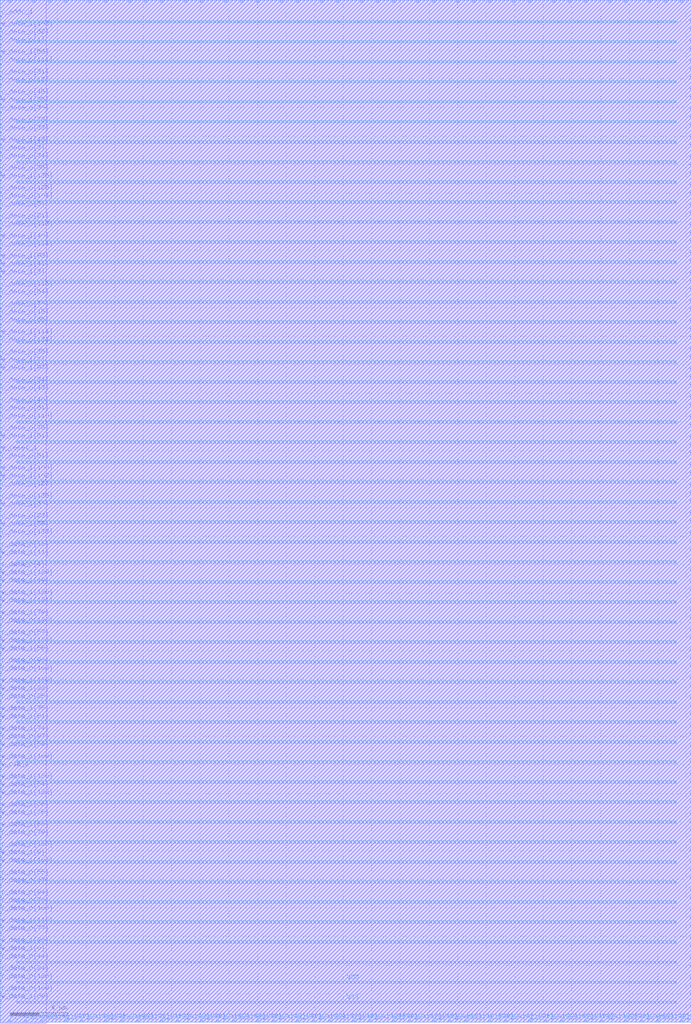
<source format=lef>
VERSION 5.8 ;
BUSBITCHARS "[]" ;
DIVIDERCHAR "/" ;
UNITS
    DATABASE MICRONS 2000 ;
END UNITS

MACRO bsg_mem_p136
  FOREIGN bsg_mem_p136 0 0 ;
  CLASS BLOCK ;
  SIZE 48.345 BY 71.515 ;
  PIN VSS
    USE GROUND ;
    DIRECTION INOUT ;
    PORT
      LAYER metal4 ;
        RECT  1.14 68.515 47.31 68.685 ;
        RECT  1.14 65.715 47.31 65.885 ;
        RECT  1.14 62.915 47.31 63.085 ;
        RECT  1.14 60.115 47.31 60.285 ;
        RECT  1.14 57.315 47.31 57.485 ;
        RECT  1.14 54.515 47.31 54.685 ;
        RECT  1.14 51.715 47.31 51.885 ;
        RECT  1.14 48.915 47.31 49.085 ;
        RECT  1.14 46.115 47.31 46.285 ;
        RECT  1.14 43.315 47.31 43.485 ;
        RECT  1.14 40.515 47.31 40.685 ;
        RECT  1.14 37.715 47.31 37.885 ;
        RECT  1.14 34.915 47.31 35.085 ;
        RECT  1.14 32.115 47.31 32.285 ;
        RECT  1.14 29.315 47.31 29.485 ;
        RECT  1.14 26.515 47.31 26.685 ;
        RECT  1.14 23.715 47.31 23.885 ;
        RECT  1.14 20.915 47.31 21.085 ;
        RECT  1.14 18.115 47.31 18.285 ;
        RECT  1.14 15.315 47.31 15.485 ;
        RECT  1.14 12.515 47.31 12.685 ;
        RECT  1.14 9.715 47.31 9.885 ;
        RECT  1.14 6.915 47.31 7.085 ;
        RECT  1.14 4.115 47.31 4.285 ;
        RECT  1.14 1.315 47.31 1.485 ;
    END
  END VSS
  PIN VDD
    USE POWER ;
    DIRECTION INOUT ;
    PORT
      LAYER metal4 ;
        RECT  1.14 69.915 47.31 70.085 ;
        RECT  1.14 67.115 47.31 67.285 ;
        RECT  1.14 64.315 47.31 64.485 ;
        RECT  1.14 61.515 47.31 61.685 ;
        RECT  1.14 58.715 47.31 58.885 ;
        RECT  1.14 55.915 47.31 56.085 ;
        RECT  1.14 53.115 47.31 53.285 ;
        RECT  1.14 50.315 47.31 50.485 ;
        RECT  1.14 47.515 47.31 47.685 ;
        RECT  1.14 44.715 47.31 44.885 ;
        RECT  1.14 41.915 47.31 42.085 ;
        RECT  1.14 39.115 47.31 39.285 ;
        RECT  1.14 36.315 47.31 36.485 ;
        RECT  1.14 33.515 47.31 33.685 ;
        RECT  1.14 30.715 47.31 30.885 ;
        RECT  1.14 27.915 47.31 28.085 ;
        RECT  1.14 25.115 47.31 25.285 ;
        RECT  1.14 22.315 47.31 22.485 ;
        RECT  1.14 19.515 47.31 19.685 ;
        RECT  1.14 16.715 47.31 16.885 ;
        RECT  1.14 13.915 47.31 14.085 ;
        RECT  1.14 11.115 47.31 11.285 ;
        RECT  1.14 8.315 47.31 8.485 ;
        RECT  1.14 5.515 47.31 5.685 ;
        RECT  1.14 2.715 47.31 2.885 ;
    END
  END VDD
  PIN r_addr_i
    DIRECTION INPUT ;
    USE SIGNAL ;
    PORT
      LAYER metal3 ;
        RECT  0 70.315 0.07 70.385 ;
    END
  END r_addr_i
  PIN r_data_o[0]
    DIRECTION OUTPUT ;
    USE SIGNAL ;
    PORT
      LAYER metal4 ;
        RECT  34.185 0 34.325 0.14 ;
    END
  END r_data_o[0]
  PIN r_data_o[100]
    DIRECTION OUTPUT ;
    USE SIGNAL ;
    PORT
      LAYER metal4 ;
        RECT  47.625 71.375 47.765 71.515 ;
    END
  END r_data_o[100]
  PIN r_data_o[101]
    DIRECTION OUTPUT ;
    USE SIGNAL ;
    PORT
      LAYER metal3 ;
        RECT  48.275 20.755 48.345 20.825 ;
    END
  END r_data_o[101]
  PIN r_data_o[102]
    DIRECTION OUTPUT ;
    USE SIGNAL ;
    PORT
      LAYER metal3 ;
        RECT  0 24.395 0.07 24.465 ;
    END
  END r_data_o[102]
  PIN r_data_o[103]
    DIRECTION OUTPUT ;
    USE SIGNAL ;
    PORT
      LAYER metal3 ;
        RECT  48.275 50.435 48.345 50.505 ;
    END
  END r_data_o[103]
  PIN r_data_o[104]
    DIRECTION OUTPUT ;
    USE SIGNAL ;
    PORT
      LAYER metal3 ;
        RECT  0 57.435 0.07 57.505 ;
    END
  END r_data_o[104]
  PIN r_data_o[105]
    DIRECTION OUTPUT ;
    USE SIGNAL ;
    PORT
      LAYER metal3 ;
        RECT  0 12.075 0.07 12.145 ;
    END
  END r_data_o[105]
  PIN r_data_o[106]
    DIRECTION OUTPUT ;
    USE SIGNAL ;
    PORT
      LAYER metal3 ;
        RECT  0 7.595 0.07 7.665 ;
    END
  END r_data_o[106]
  PIN r_data_o[107]
    DIRECTION OUTPUT ;
    USE SIGNAL ;
    PORT
      LAYER metal3 ;
        RECT  48.275 34.195 48.345 34.265 ;
    END
  END r_data_o[107]
  PIN r_data_o[108]
    DIRECTION OUTPUT ;
    USE SIGNAL ;
    PORT
      LAYER metal3 ;
        RECT  48.275 47.915 48.345 47.985 ;
    END
  END r_data_o[108]
  PIN r_data_o[109]
    DIRECTION OUTPUT ;
    USE SIGNAL ;
    PORT
      LAYER metal3 ;
        RECT  0 1.995 0.07 2.065 ;
    END
  END r_data_o[109]
  PIN r_data_o[10]
    DIRECTION OUTPUT ;
    USE SIGNAL ;
    PORT
      LAYER metal3 ;
        RECT  0 33.075 0.07 33.145 ;
    END
  END r_data_o[10]
  PIN r_data_o[110]
    DIRECTION OUTPUT ;
    USE SIGNAL ;
    PORT
      LAYER metal3 ;
        RECT  0 42.035 0.07 42.105 ;
    END
  END r_data_o[110]
  PIN r_data_o[111]
    DIRECTION OUTPUT ;
    USE SIGNAL ;
    PORT
      LAYER metal3 ;
        RECT  0 66.955 0.07 67.025 ;
    END
  END r_data_o[111]
  PIN r_data_o[112]
    DIRECTION OUTPUT ;
    USE SIGNAL ;
    PORT
      LAYER metal3 ;
        RECT  48.275 26.075 48.345 26.145 ;
    END
  END r_data_o[112]
  PIN r_data_o[113]
    DIRECTION OUTPUT ;
    USE SIGNAL ;
    PORT
      LAYER metal3 ;
        RECT  0 55.475 0.07 55.545 ;
    END
  END r_data_o[113]
  PIN r_data_o[114]
    DIRECTION OUTPUT ;
    USE SIGNAL ;
    PORT
      LAYER metal3 ;
        RECT  0 54.075 0.07 54.145 ;
    END
  END r_data_o[114]
  PIN r_data_o[115]
    DIRECTION OUTPUT ;
    USE SIGNAL ;
    PORT
      LAYER metal3 ;
        RECT  0 51.275 0.07 51.345 ;
    END
  END r_data_o[115]
  PIN r_data_o[116]
    DIRECTION OUTPUT ;
    USE SIGNAL ;
    PORT
      LAYER metal4 ;
        RECT  20.745 71.375 20.885 71.515 ;
    END
  END r_data_o[116]
  PIN r_data_o[117]
    DIRECTION OUTPUT ;
    USE SIGNAL ;
    PORT
      LAYER metal3 ;
        RECT  48.275 24.115 48.345 24.185 ;
    END
  END r_data_o[117]
  PIN r_data_o[118]
    DIRECTION OUTPUT ;
    USE SIGNAL ;
    PORT
      LAYER metal3 ;
        RECT  48.275 64.715 48.345 64.785 ;
    END
  END r_data_o[118]
  PIN r_data_o[119]
    DIRECTION OUTPUT ;
    USE SIGNAL ;
    PORT
      LAYER metal3 ;
        RECT  48.275 51.835 48.345 51.905 ;
    END
  END r_data_o[119]
  PIN r_data_o[11]
    DIRECTION OUTPUT ;
    USE SIGNAL ;
    PORT
      LAYER metal4 ;
        RECT  33.065 71.375 33.205 71.515 ;
    END
  END r_data_o[11]
  PIN r_data_o[120]
    DIRECTION OUTPUT ;
    USE SIGNAL ;
    PORT
      LAYER metal3 ;
        RECT  48.275 55.195 48.345 55.265 ;
    END
  END r_data_o[120]
  PIN r_data_o[121]
    DIRECTION OUTPUT ;
    USE SIGNAL ;
    PORT
      LAYER metal3 ;
        RECT  48.275 61.915 48.345 61.985 ;
    END
  END r_data_o[121]
  PIN r_data_o[122]
    DIRECTION OUTPUT ;
    USE SIGNAL ;
    PORT
      LAYER metal3 ;
        RECT  48.275 66.675 48.345 66.745 ;
    END
  END r_data_o[122]
  PIN r_data_o[123]
    DIRECTION OUTPUT ;
    USE SIGNAL ;
    PORT
      LAYER metal3 ;
        RECT  0 27.755 0.07 27.825 ;
    END
  END r_data_o[123]
  PIN r_data_o[124]
    DIRECTION OUTPUT ;
    USE SIGNAL ;
    PORT
      LAYER metal4 ;
        RECT  24.665 0 24.805 0.14 ;
    END
  END r_data_o[124]
  PIN r_data_o[125]
    DIRECTION OUTPUT ;
    USE SIGNAL ;
    PORT
      LAYER metal3 ;
        RECT  0 57.995 0.07 58.065 ;
    END
  END r_data_o[125]
  PIN r_data_o[126]
    DIRECTION OUTPUT ;
    USE SIGNAL ;
    PORT
      LAYER metal3 ;
        RECT  0 2.835 0.07 2.905 ;
    END
  END r_data_o[126]
  PIN r_data_o[127]
    DIRECTION OUTPUT ;
    USE SIGNAL ;
    PORT
      LAYER metal3 ;
        RECT  0 37.275 0.07 37.345 ;
    END
  END r_data_o[127]
  PIN r_data_o[128]
    DIRECTION OUTPUT ;
    USE SIGNAL ;
    PORT
      LAYER metal4 ;
        RECT  39.225 0 39.365 0.14 ;
    END
  END r_data_o[128]
  PIN r_data_o[129]
    DIRECTION OUTPUT ;
    USE SIGNAL ;
    PORT
      LAYER metal3 ;
        RECT  48.275 52.395 48.345 52.465 ;
    END
  END r_data_o[129]
  PIN r_data_o[12]
    DIRECTION OUTPUT ;
    USE SIGNAL ;
    PORT
      LAYER metal3 ;
        RECT  0 65.555 0.07 65.625 ;
    END
  END r_data_o[12]
  PIN r_data_o[130]
    DIRECTION OUTPUT ;
    USE SIGNAL ;
    PORT
      LAYER metal4 ;
        RECT  2.265 71.375 2.405 71.515 ;
    END
  END r_data_o[130]
  PIN r_data_o[131]
    DIRECTION OUTPUT ;
    USE SIGNAL ;
    PORT
      LAYER metal3 ;
        RECT  48.275 16.835 48.345 16.905 ;
    END
  END r_data_o[131]
  PIN r_data_o[132]
    DIRECTION OUTPUT ;
    USE SIGNAL ;
    PORT
      LAYER metal4 ;
        RECT  40.905 0 41.045 0.14 ;
    END
  END r_data_o[132]
  PIN r_data_o[133]
    DIRECTION OUTPUT ;
    USE SIGNAL ;
    PORT
      LAYER metal3 ;
        RECT  0 33.915 0.07 33.985 ;
    END
  END r_data_o[133]
  PIN r_data_o[134]
    DIRECTION OUTPUT ;
    USE SIGNAL ;
    PORT
      LAYER metal3 ;
        RECT  0 47.355 0.07 47.425 ;
    END
  END r_data_o[134]
  PIN r_data_o[135]
    DIRECTION OUTPUT ;
    USE SIGNAL ;
    PORT
      LAYER metal3 ;
        RECT  0 36.435 0.07 36.505 ;
    END
  END r_data_o[135]
  PIN r_data_o[13]
    DIRECTION OUTPUT ;
    USE SIGNAL ;
    PORT
      LAYER metal3 ;
        RECT  48.275 43.155 48.345 43.225 ;
    END
  END r_data_o[13]
  PIN r_data_o[14]
    DIRECTION OUTPUT ;
    USE SIGNAL ;
    PORT
      LAYER metal4 ;
        RECT  22.985 0 23.125 0.14 ;
    END
  END r_data_o[14]
  PIN r_data_o[15]
    DIRECTION OUTPUT ;
    USE SIGNAL ;
    PORT
      LAYER metal3 ;
        RECT  0 49.315 0.07 49.385 ;
    END
  END r_data_o[15]
  PIN r_data_o[16]
    DIRECTION OUTPUT ;
    USE SIGNAL ;
    PORT
      LAYER metal3 ;
        RECT  48.275 14.035 48.345 14.105 ;
    END
  END r_data_o[16]
  PIN r_data_o[17]
    DIRECTION OUTPUT ;
    USE SIGNAL ;
    PORT
      LAYER metal4 ;
        RECT  4.505 71.375 4.645 71.515 ;
    END
  END r_data_o[17]
  PIN r_data_o[18]
    DIRECTION OUTPUT ;
    USE SIGNAL ;
    PORT
      LAYER metal4 ;
        RECT  25.225 71.375 25.365 71.515 ;
    END
  END r_data_o[18]
  PIN r_data_o[19]
    DIRECTION OUTPUT ;
    USE SIGNAL ;
    PORT
      LAYER metal3 ;
        RECT  48.275 56.595 48.345 56.665 ;
    END
  END r_data_o[19]
  PIN r_data_o[1]
    DIRECTION OUTPUT ;
    USE SIGNAL ;
    PORT
      LAYER metal3 ;
        RECT  0 68.355 0.07 68.425 ;
    END
  END r_data_o[1]
  PIN r_data_o[20]
    DIRECTION OUTPUT ;
    USE SIGNAL ;
    PORT
      LAYER metal4 ;
        RECT  42.025 0 42.165 0.14 ;
    END
  END r_data_o[20]
  PIN r_data_o[21]
    DIRECTION OUTPUT ;
    USE SIGNAL ;
    PORT
      LAYER metal3 ;
        RECT  0 56.035 0.07 56.105 ;
    END
  END r_data_o[21]
  PIN r_data_o[22]
    DIRECTION OUTPUT ;
    USE SIGNAL ;
    PORT
      LAYER metal4 ;
        RECT  40.905 71.375 41.045 71.515 ;
    END
  END r_data_o[22]
  PIN r_data_o[23]
    DIRECTION OUTPUT ;
    USE SIGNAL ;
    PORT
      LAYER metal3 ;
        RECT  0 35.035 0.07 35.105 ;
    END
  END r_data_o[23]
  PIN r_data_o[24]
    DIRECTION OUTPUT ;
    USE SIGNAL ;
    PORT
      LAYER metal3 ;
        RECT  0 3.395 0.07 3.465 ;
    END
  END r_data_o[24]
  PIN r_data_o[25]
    DIRECTION OUTPUT ;
    USE SIGNAL ;
    PORT
      LAYER metal3 ;
        RECT  0 22.435 0.07 22.505 ;
    END
  END r_data_o[25]
  PIN r_data_o[26]
    DIRECTION OUTPUT ;
    USE SIGNAL ;
    PORT
      LAYER metal3 ;
        RECT  48.275 28.315 48.345 28.385 ;
    END
  END r_data_o[26]
  PIN r_data_o[27]
    DIRECTION OUTPUT ;
    USE SIGNAL ;
    PORT
      LAYER metal4 ;
        RECT  6.185 71.375 6.325 71.515 ;
    END
  END r_data_o[27]
  PIN r_data_o[28]
    DIRECTION OUTPUT ;
    USE SIGNAL ;
    PORT
      LAYER metal3 ;
        RECT  48.275 38.955 48.345 39.025 ;
    END
  END r_data_o[28]
  PIN r_data_o[29]
    DIRECTION OUTPUT ;
    USE SIGNAL ;
    PORT
      LAYER metal3 ;
        RECT  48.275 20.195 48.345 20.265 ;
    END
  END r_data_o[29]
  PIN r_data_o[2]
    DIRECTION OUTPUT ;
    USE SIGNAL ;
    PORT
      LAYER metal4 ;
        RECT  5.625 0 5.765 0.14 ;
    END
  END r_data_o[2]
  PIN r_data_o[30]
    DIRECTION OUTPUT ;
    USE SIGNAL ;
    PORT
      LAYER metal3 ;
        RECT  0 63.595 0.07 63.665 ;
    END
  END r_data_o[30]
  PIN r_data_o[31]
    DIRECTION OUTPUT ;
    USE SIGNAL ;
    PORT
      LAYER metal4 ;
        RECT  12.905 71.375 13.045 71.515 ;
    END
  END r_data_o[31]
  PIN r_data_o[32]
    DIRECTION OUTPUT ;
    USE SIGNAL ;
    PORT
      LAYER metal4 ;
        RECT  16.265 0 16.405 0.14 ;
    END
  END r_data_o[32]
  PIN r_data_o[33]
    DIRECTION OUTPUT ;
    USE SIGNAL ;
    PORT
      LAYER metal3 ;
        RECT  0 62.195 0.07 62.265 ;
    END
  END r_data_o[33]
  PIN r_data_o[34]
    DIRECTION OUTPUT ;
    USE SIGNAL ;
    PORT
      LAYER metal3 ;
        RECT  0 60.235 0.07 60.305 ;
    END
  END r_data_o[34]
  PIN r_data_o[35]
    DIRECTION OUTPUT ;
    USE SIGNAL ;
    PORT
      LAYER metal3 ;
        RECT  0 46.515 0.07 46.585 ;
    END
  END r_data_o[35]
  PIN r_data_o[36]
    DIRECTION OUTPUT ;
    USE SIGNAL ;
    PORT
      LAYER metal4 ;
        RECT  38.665 71.375 38.805 71.515 ;
    END
  END r_data_o[36]
  PIN r_data_o[37]
    DIRECTION OUTPUT ;
    USE SIGNAL ;
    PORT
      LAYER metal4 ;
        RECT  21.865 0 22.005 0.14 ;
    END
  END r_data_o[37]
  PIN r_data_o[38]
    DIRECTION OUTPUT ;
    USE SIGNAL ;
    PORT
      LAYER metal3 ;
        RECT  48.275 32.235 48.345 32.305 ;
    END
  END r_data_o[38]
  PIN r_data_o[39]
    DIRECTION OUTPUT ;
    USE SIGNAL ;
    PORT
      LAYER metal3 ;
        RECT  48.275 19.355 48.345 19.425 ;
    END
  END r_data_o[39]
  PIN r_data_o[3]
    DIRECTION OUTPUT ;
    USE SIGNAL ;
    PORT
      LAYER metal3 ;
        RECT  0 60.795 0.07 60.865 ;
    END
  END r_data_o[3]
  PIN r_data_o[40]
    DIRECTION OUTPUT ;
    USE SIGNAL ;
    PORT
      LAYER metal3 ;
        RECT  0 43.155 0.07 43.225 ;
    END
  END r_data_o[40]
  PIN r_data_o[41]
    DIRECTION OUTPUT ;
    USE SIGNAL ;
    PORT
      LAYER metal3 ;
        RECT  48.275 51.275 48.345 51.345 ;
    END
  END r_data_o[41]
  PIN r_data_o[42]
    DIRECTION OUTPUT ;
    USE SIGNAL ;
    PORT
      LAYER metal4 ;
        RECT  43.705 71.375 43.845 71.515 ;
    END
  END r_data_o[42]
  PIN r_data_o[43]
    DIRECTION OUTPUT ;
    USE SIGNAL ;
    PORT
      LAYER metal3 ;
        RECT  0 43.995 0.07 44.065 ;
    END
  END r_data_o[43]
  PIN r_data_o[44]
    DIRECTION OUTPUT ;
    USE SIGNAL ;
    PORT
      LAYER metal3 ;
        RECT  0 4.235 0.07 4.305 ;
    END
  END r_data_o[44]
  PIN r_data_o[45]
    DIRECTION OUTPUT ;
    USE SIGNAL ;
    PORT
      LAYER metal3 ;
        RECT  0 64.715 0.07 64.785 ;
    END
  END r_data_o[45]
  PIN r_data_o[46]
    DIRECTION OUTPUT ;
    USE SIGNAL ;
    PORT
      LAYER metal3 ;
        RECT  48.275 31.675 48.345 31.745 ;
    END
  END r_data_o[46]
  PIN r_data_o[47]
    DIRECTION OUTPUT ;
    USE SIGNAL ;
    PORT
      LAYER metal3 ;
        RECT  0 9.555 0.07 9.625 ;
    END
  END r_data_o[47]
  PIN r_data_o[48]
    DIRECTION OUTPUT ;
    USE SIGNAL ;
    PORT
      LAYER metal4 ;
        RECT  11.225 0 11.365 0.14 ;
    END
  END r_data_o[48]
  PIN r_data_o[49]
    DIRECTION OUTPUT ;
    USE SIGNAL ;
    PORT
      LAYER metal4 ;
        RECT  19.625 71.375 19.765 71.515 ;
    END
  END r_data_o[49]
  PIN r_data_o[4]
    DIRECTION OUTPUT ;
    USE SIGNAL ;
    PORT
      LAYER metal3 ;
        RECT  0 31.675 0.07 31.745 ;
    END
  END r_data_o[4]
  PIN r_data_o[50]
    DIRECTION OUTPUT ;
    USE SIGNAL ;
    PORT
      LAYER metal3 ;
        RECT  48.275 59.955 48.345 60.025 ;
    END
  END r_data_o[50]
  PIN r_data_o[51]
    DIRECTION OUTPUT ;
    USE SIGNAL ;
    PORT
      LAYER metal3 ;
        RECT  0 39.235 0.07 39.305 ;
    END
  END r_data_o[51]
  PIN r_data_o[52]
    DIRECTION OUTPUT ;
    USE SIGNAL ;
    PORT
      LAYER metal3 ;
        RECT  48.275 17.395 48.345 17.465 ;
    END
  END r_data_o[52]
  PIN r_data_o[53]
    DIRECTION OUTPUT ;
    USE SIGNAL ;
    PORT
      LAYER metal3 ;
        RECT  48.275 6.755 48.345 6.825 ;
    END
  END r_data_o[53]
  PIN r_data_o[54]
    DIRECTION OUTPUT ;
    USE SIGNAL ;
    PORT
      LAYER metal3 ;
        RECT  0 50.715 0.07 50.785 ;
    END
  END r_data_o[54]
  PIN r_data_o[55]
    DIRECTION OUTPUT ;
    USE SIGNAL ;
    PORT
      LAYER metal3 ;
        RECT  0 10.115 0.07 10.185 ;
    END
  END r_data_o[55]
  PIN r_data_o[56]
    DIRECTION OUTPUT ;
    USE SIGNAL ;
    PORT
      LAYER metal4 ;
        RECT  30.265 0 30.405 0.14 ;
    END
  END r_data_o[56]
  PIN r_data_o[57]
    DIRECTION OUTPUT ;
    USE SIGNAL ;
    PORT
      LAYER metal3 ;
        RECT  0 26.915 0.07 26.985 ;
    END
  END r_data_o[57]
  PIN r_data_o[58]
    DIRECTION OUTPUT ;
    USE SIGNAL ;
    PORT
      LAYER metal4 ;
        RECT  28.585 0 28.725 0.14 ;
    END
  END r_data_o[58]
  PIN r_data_o[59]
    DIRECTION OUTPUT ;
    USE SIGNAL ;
    PORT
      LAYER metal3 ;
        RECT  48.275 53.795 48.345 53.865 ;
    END
  END r_data_o[59]
  PIN r_data_o[5]
    DIRECTION OUTPUT ;
    USE SIGNAL ;
    PORT
      LAYER metal3 ;
        RECT  48.275 22.155 48.345 22.225 ;
    END
  END r_data_o[5]
  PIN r_data_o[60]
    DIRECTION OUTPUT ;
    USE SIGNAL ;
    PORT
      LAYER metal3 ;
        RECT  48.275 69.475 48.345 69.545 ;
    END
  END r_data_o[60]
  PIN r_data_o[61]
    DIRECTION OUTPUT ;
    USE SIGNAL ;
    PORT
      LAYER metal3 ;
        RECT  0 42.595 0.07 42.665 ;
    END
  END r_data_o[61]
  PIN r_data_o[62]
    DIRECTION OUTPUT ;
    USE SIGNAL ;
    PORT
      LAYER metal3 ;
        RECT  0 68.915 0.07 68.985 ;
    END
  END r_data_o[62]
  PIN r_data_o[63]
    DIRECTION OUTPUT ;
    USE SIGNAL ;
    PORT
      LAYER metal4 ;
        RECT  14.025 71.375 14.165 71.515 ;
    END
  END r_data_o[63]
  PIN r_data_o[64]
    DIRECTION OUTPUT ;
    USE SIGNAL ;
    PORT
      LAYER metal4 ;
        RECT  15.145 0 15.285 0.14 ;
    END
  END r_data_o[64]
  PIN r_data_o[65]
    DIRECTION OUTPUT ;
    USE SIGNAL ;
    PORT
      LAYER metal3 ;
        RECT  0 48.755 0.07 48.825 ;
    END
  END r_data_o[65]
  PIN r_data_o[66]
    DIRECTION OUTPUT ;
    USE SIGNAL ;
    PORT
      LAYER metal3 ;
        RECT  48.275 8.715 48.345 8.785 ;
    END
  END r_data_o[66]
  PIN r_data_o[67]
    DIRECTION OUTPUT ;
    USE SIGNAL ;
    PORT
      LAYER metal3 ;
        RECT  48.275 14.595 48.345 14.665 ;
    END
  END r_data_o[67]
  PIN r_data_o[68]
    DIRECTION OUTPUT ;
    USE SIGNAL ;
    PORT
      LAYER metal4 ;
        RECT  35.865 71.375 36.005 71.515 ;
    END
  END r_data_o[68]
  PIN r_data_o[69]
    DIRECTION OUTPUT ;
    USE SIGNAL ;
    PORT
      LAYER metal4 ;
        RECT  38.105 0 38.245 0.14 ;
    END
  END r_data_o[69]
  PIN r_data_o[6]
    DIRECTION OUTPUT ;
    USE SIGNAL ;
    PORT
      LAYER metal3 ;
        RECT  48.275 21.595 48.345 21.665 ;
    END
  END r_data_o[6]
  PIN r_data_o[70]
    DIRECTION OUTPUT ;
    USE SIGNAL ;
    PORT
      LAYER metal3 ;
        RECT  0 49.875 0.07 49.945 ;
    END
  END r_data_o[70]
  PIN r_data_o[71]
    DIRECTION OUTPUT ;
    USE SIGNAL ;
    PORT
      LAYER metal3 ;
        RECT  48.275 28.875 48.345 28.945 ;
    END
  END r_data_o[71]
  PIN r_data_o[72]
    DIRECTION OUTPUT ;
    USE SIGNAL ;
    PORT
      LAYER metal3 ;
        RECT  48.275 24.955 48.345 25.025 ;
    END
  END r_data_o[72]
  PIN r_data_o[73]
    DIRECTION OUTPUT ;
    USE SIGNAL ;
    PORT
      LAYER metal4 ;
        RECT  47.625 0 47.765 0.14 ;
    END
  END r_data_o[73]
  PIN r_data_o[74]
    DIRECTION OUTPUT ;
    USE SIGNAL ;
    PORT
      LAYER metal4 ;
        RECT  42.585 71.375 42.725 71.515 ;
    END
  END r_data_o[74]
  PIN r_data_o[75]
    DIRECTION OUTPUT ;
    USE SIGNAL ;
    PORT
      LAYER metal3 ;
        RECT  0 41.195 0.07 41.265 ;
    END
  END r_data_o[75]
  PIN r_data_o[76]
    DIRECTION OUTPUT ;
    USE SIGNAL ;
    PORT
      LAYER metal3 ;
        RECT  0 8.155 0.07 8.225 ;
    END
  END r_data_o[76]
  PIN r_data_o[77]
    DIRECTION OUTPUT ;
    USE SIGNAL ;
    PORT
      LAYER metal3 ;
        RECT  0 6.195 0.07 6.265 ;
    END
  END r_data_o[77]
  PIN r_data_o[78]
    DIRECTION OUTPUT ;
    USE SIGNAL ;
    PORT
      LAYER metal3 ;
        RECT  0 62.755 0.07 62.825 ;
    END
  END r_data_o[78]
  PIN r_data_o[79]
    DIRECTION OUTPUT ;
    USE SIGNAL ;
    PORT
      LAYER metal3 ;
        RECT  0 12.915 0.07 12.985 ;
    END
  END r_data_o[79]
  PIN r_data_o[7]
    DIRECTION OUTPUT ;
    USE SIGNAL ;
    PORT
      LAYER metal3 ;
        RECT  48.275 11.235 48.345 11.305 ;
    END
  END r_data_o[7]
  PIN r_data_o[80]
    DIRECTION OUTPUT ;
    USE SIGNAL ;
    PORT
      LAYER metal3 ;
        RECT  48.275 25.515 48.345 25.585 ;
    END
  END r_data_o[80]
  PIN r_data_o[81]
    DIRECTION OUTPUT ;
    USE SIGNAL ;
    PORT
      LAYER metal3 ;
        RECT  0 66.115 0.07 66.185 ;
    END
  END r_data_o[81]
  PIN r_data_o[82]
    DIRECTION OUTPUT ;
    USE SIGNAL ;
    PORT
      LAYER metal4 ;
        RECT  7.305 71.375 7.445 71.515 ;
    END
  END r_data_o[82]
  PIN r_data_o[83]
    DIRECTION OUTPUT ;
    USE SIGNAL ;
    PORT
      LAYER metal3 ;
        RECT  48.275 49.875 48.345 49.945 ;
    END
  END r_data_o[83]
  PIN r_data_o[84]
    DIRECTION OUTPUT ;
    USE SIGNAL ;
    PORT
      LAYER metal3 ;
        RECT  0 44.555 0.07 44.625 ;
    END
  END r_data_o[84]
  PIN r_data_o[85]
    DIRECTION OUTPUT ;
    USE SIGNAL ;
    PORT
      LAYER metal3 ;
        RECT  0 59.395 0.07 59.465 ;
    END
  END r_data_o[85]
  PIN r_data_o[86]
    DIRECTION OUTPUT ;
    USE SIGNAL ;
    PORT
      LAYER metal3 ;
        RECT  48.275 5.915 48.345 5.985 ;
    END
  END r_data_o[86]
  PIN r_data_o[87]
    DIRECTION OUTPUT ;
    USE SIGNAL ;
    PORT
      LAYER metal3 ;
        RECT  48.275 53.235 48.345 53.305 ;
    END
  END r_data_o[87]
  PIN r_data_o[88]
    DIRECTION OUTPUT ;
    USE SIGNAL ;
    PORT
      LAYER metal4 ;
        RECT  12.345 0 12.485 0.14 ;
    END
  END r_data_o[88]
  PIN r_data_o[89]
    DIRECTION OUTPUT ;
    USE SIGNAL ;
    PORT
      LAYER metal3 ;
        RECT  48.275 27.475 48.345 27.545 ;
    END
  END r_data_o[89]
  PIN r_data_o[8]
    DIRECTION OUTPUT ;
    USE SIGNAL ;
    PORT
      LAYER metal3 ;
        RECT  0 56.875 0.07 56.945 ;
    END
  END r_data_o[8]
  PIN r_data_o[90]
    DIRECTION OUTPUT ;
    USE SIGNAL ;
    PORT
      LAYER metal3 ;
        RECT  48.275 44.555 48.345 44.625 ;
    END
  END r_data_o[90]
  PIN r_data_o[91]
    DIRECTION OUTPUT ;
    USE SIGNAL ;
    PORT
      LAYER metal3 ;
        RECT  48.275 39.795 48.345 39.865 ;
    END
  END r_data_o[91]
  PIN r_data_o[92]
    DIRECTION OUTPUT ;
    USE SIGNAL ;
    PORT
      LAYER metal3 ;
        RECT  48.275 63.875 48.345 63.945 ;
    END
  END r_data_o[92]
  PIN r_data_o[93]
    DIRECTION OUTPUT ;
    USE SIGNAL ;
    PORT
      LAYER metal3 ;
        RECT  48.275 38.395 48.345 38.465 ;
    END
  END r_data_o[93]
  PIN r_data_o[94]
    DIRECTION OUTPUT ;
    USE SIGNAL ;
    PORT
      LAYER metal3 ;
        RECT  0 8.715 0.07 8.785 ;
    END
  END r_data_o[94]
  PIN r_data_o[95]
    DIRECTION OUTPUT ;
    USE SIGNAL ;
    PORT
      LAYER metal3 ;
        RECT  48.275 49.035 48.345 49.105 ;
    END
  END r_data_o[95]
  PIN r_data_o[96]
    DIRECTION OUTPUT ;
    USE SIGNAL ;
    PORT
      LAYER metal3 ;
        RECT  0 24.955 0.07 25.025 ;
    END
  END r_data_o[96]
  PIN r_data_o[97]
    DIRECTION OUTPUT ;
    USE SIGNAL ;
    PORT
      LAYER metal3 ;
        RECT  0 19.635 0.07 19.705 ;
    END
  END r_data_o[97]
  PIN r_data_o[98]
    DIRECTION OUTPUT ;
    USE SIGNAL ;
    PORT
      LAYER metal3 ;
        RECT  48.275 3.115 48.345 3.185 ;
    END
  END r_data_o[98]
  PIN r_data_o[99]
    DIRECTION OUTPUT ;
    USE SIGNAL ;
    PORT
      LAYER metal4 ;
        RECT  36.985 0 37.125 0.14 ;
    END
  END r_data_o[99]
  PIN r_data_o[9]
    DIRECTION OUTPUT ;
    USE SIGNAL ;
    PORT
      LAYER metal4 ;
        RECT  31.945 71.375 32.085 71.515 ;
    END
  END r_data_o[9]
  PIN r_v_i
    DIRECTION INPUT ;
    USE SIGNAL ;
    PORT
      LAYER metal3 ;
        RECT  48.275 48.475 48.345 48.545 ;
    END
  END r_v_i
  PIN w_addr_i
    DIRECTION INPUT ;
    USE SIGNAL ;
    PORT
      LAYER metal3 ;
        RECT  48.275 15.995 48.345 16.065 ;
    END
  END w_addr_i
  PIN w_clk_i
    DIRECTION INPUT ;
    USE SIGNAL ;
    PORT
      LAYER metal3 ;
        RECT  0 17.675 0.07 17.745 ;
    END
  END w_clk_i
  PIN w_data_i[0]
    DIRECTION INPUT ;
    USE SIGNAL ;
    PORT
      LAYER metal3 ;
        RECT  0 4.795 0.07 4.865 ;
    END
  END w_data_i[0]
  PIN w_data_i[100]
    DIRECTION INPUT ;
    USE SIGNAL ;
    PORT
      LAYER metal3 ;
        RECT  0 38.395 0.07 38.465 ;
    END
  END w_data_i[100]
  PIN w_data_i[101]
    DIRECTION INPUT ;
    USE SIGNAL ;
    PORT
      LAYER metal4 ;
        RECT  31.385 0 31.525 0.14 ;
    END
  END w_data_i[101]
  PIN w_data_i[102]
    DIRECTION INPUT ;
    USE SIGNAL ;
    PORT
      LAYER metal3 ;
        RECT  0 37.835 0.07 37.905 ;
    END
  END w_data_i[102]
  PIN w_data_i[103]
    DIRECTION INPUT ;
    USE SIGNAL ;
    PORT
      LAYER metal3 ;
        RECT  0 69.475 0.07 69.545 ;
    END
  END w_data_i[103]
  PIN w_data_i[104]
    DIRECTION INPUT ;
    USE SIGNAL ;
    PORT
      LAYER metal3 ;
        RECT  0 10.955 0.07 11.025 ;
    END
  END w_data_i[104]
  PIN w_data_i[105]
    DIRECTION INPUT ;
    USE SIGNAL ;
    PORT
      LAYER metal3 ;
        RECT  48.275 3.955 48.345 4.025 ;
    END
  END w_data_i[105]
  PIN w_data_i[106]
    DIRECTION INPUT ;
    USE SIGNAL ;
    PORT
      LAYER metal3 ;
        RECT  48.275 30.835 48.345 30.905 ;
    END
  END w_data_i[106]
  PIN w_data_i[107]
    DIRECTION INPUT ;
    USE SIGNAL ;
    PORT
      LAYER metal3 ;
        RECT  48.275 37.555 48.345 37.625 ;
    END
  END w_data_i[107]
  PIN w_data_i[108]
    DIRECTION INPUT ;
    USE SIGNAL ;
    PORT
      LAYER metal4 ;
        RECT  26.345 71.375 26.485 71.515 ;
    END
  END w_data_i[108]
  PIN w_data_i[109]
    DIRECTION INPUT ;
    USE SIGNAL ;
    PORT
      LAYER metal3 ;
        RECT  0 18.235 0.07 18.305 ;
    END
  END w_data_i[109]
  PIN w_data_i[10]
    DIRECTION INPUT ;
    USE SIGNAL ;
    PORT
      LAYER metal4 ;
        RECT  11.225 71.375 11.365 71.515 ;
    END
  END w_data_i[10]
  PIN w_data_i[110]
    DIRECTION INPUT ;
    USE SIGNAL ;
    PORT
      LAYER metal3 ;
        RECT  48.275 36.995 48.345 37.065 ;
    END
  END w_data_i[110]
  PIN w_data_i[111]
    DIRECTION INPUT ;
    USE SIGNAL ;
    PORT
      LAYER metal3 ;
        RECT  48.275 62.755 48.345 62.825 ;
    END
  END w_data_i[111]
  PIN w_data_i[112]
    DIRECTION INPUT ;
    USE SIGNAL ;
    PORT
      LAYER metal3 ;
        RECT  48.275 33.075 48.345 33.145 ;
    END
  END w_data_i[112]
  PIN w_data_i[113]
    DIRECTION INPUT ;
    USE SIGNAL ;
    PORT
      LAYER metal3 ;
        RECT  0 6.755 0.07 6.825 ;
    END
  END w_data_i[113]
  PIN w_data_i[114]
    DIRECTION INPUT ;
    USE SIGNAL ;
    PORT
      LAYER metal3 ;
        RECT  0 47.915 0.07 47.985 ;
    END
  END w_data_i[114]
  PIN w_data_i[115]
    DIRECTION INPUT ;
    USE SIGNAL ;
    PORT
      LAYER metal3 ;
        RECT  48.275 18.235 48.345 18.305 ;
    END
  END w_data_i[115]
  PIN w_data_i[116]
    DIRECTION INPUT ;
    USE SIGNAL ;
    PORT
      LAYER metal3 ;
        RECT  48.275 67.235 48.345 67.305 ;
    END
  END w_data_i[116]
  PIN w_data_i[117]
    DIRECTION INPUT ;
    USE SIGNAL ;
    PORT
      LAYER metal3 ;
        RECT  48.275 12.075 48.345 12.145 ;
    END
  END w_data_i[117]
  PIN w_data_i[118]
    DIRECTION INPUT ;
    USE SIGNAL ;
    PORT
      LAYER metal4 ;
        RECT  10.105 71.375 10.245 71.515 ;
    END
  END w_data_i[118]
  PIN w_data_i[119]
    DIRECTION INPUT ;
    USE SIGNAL ;
    PORT
      LAYER metal4 ;
        RECT  9.545 0 9.685 0.14 ;
    END
  END w_data_i[119]
  PIN w_data_i[11]
    DIRECTION INPUT ;
    USE SIGNAL ;
    PORT
      LAYER metal3 ;
        RECT  0 32.515 0.07 32.585 ;
    END
  END w_data_i[11]
  PIN w_data_i[120]
    DIRECTION INPUT ;
    USE SIGNAL ;
    PORT
      LAYER metal3 ;
        RECT  0 29.715 0.07 29.785 ;
    END
  END w_data_i[120]
  PIN w_data_i[121]
    DIRECTION INPUT ;
    USE SIGNAL ;
    PORT
      LAYER metal3 ;
        RECT  0 29.155 0.07 29.225 ;
    END
  END w_data_i[121]
  PIN w_data_i[122]
    DIRECTION INPUT ;
    USE SIGNAL ;
    PORT
      LAYER metal3 ;
        RECT  0 15.715 0.07 15.785 ;
    END
  END w_data_i[122]
  PIN w_data_i[123]
    DIRECTION INPUT ;
    USE SIGNAL ;
    PORT
      LAYER metal3 ;
        RECT  48.275 13.475 48.345 13.545 ;
    END
  END w_data_i[123]
  PIN w_data_i[124]
    DIRECTION INPUT ;
    USE SIGNAL ;
    PORT
      LAYER metal4 ;
        RECT  27.465 71.375 27.605 71.515 ;
    END
  END w_data_i[124]
  PIN w_data_i[125]
    DIRECTION INPUT ;
    USE SIGNAL ;
    PORT
      LAYER metal3 ;
        RECT  48.275 59.395 48.345 59.465 ;
    END
  END w_data_i[125]
  PIN w_data_i[126]
    DIRECTION INPUT ;
    USE SIGNAL ;
    PORT
      LAYER metal3 ;
        RECT  48.275 45.115 48.345 45.185 ;
    END
  END w_data_i[126]
  PIN w_data_i[127]
    DIRECTION INPUT ;
    USE SIGNAL ;
    PORT
      LAYER metal4 ;
        RECT  22.425 71.375 22.565 71.515 ;
    END
  END w_data_i[127]
  PIN w_data_i[128]
    DIRECTION INPUT ;
    USE SIGNAL ;
    PORT
      LAYER metal4 ;
        RECT  29.145 71.375 29.285 71.515 ;
    END
  END w_data_i[128]
  PIN w_data_i[129]
    DIRECTION INPUT ;
    USE SIGNAL ;
    PORT
      LAYER metal3 ;
        RECT  0 31.115 0.07 31.185 ;
    END
  END w_data_i[129]
  PIN w_data_i[12]
    DIRECTION INPUT ;
    USE SIGNAL ;
    PORT
      LAYER metal4 ;
        RECT  15.705 71.375 15.845 71.515 ;
    END
  END w_data_i[12]
  PIN w_data_i[130]
    DIRECTION INPUT ;
    USE SIGNAL ;
    PORT
      LAYER metal3 ;
        RECT  0 16.835 0.07 16.905 ;
    END
  END w_data_i[130]
  PIN w_data_i[131]
    DIRECTION INPUT ;
    USE SIGNAL ;
    PORT
      LAYER metal3 ;
        RECT  48.275 68.635 48.345 68.705 ;
    END
  END w_data_i[131]
  PIN w_data_i[132]
    DIRECTION INPUT ;
    USE SIGNAL ;
    PORT
      LAYER metal3 ;
        RECT  0 23.555 0.07 23.625 ;
    END
  END w_data_i[132]
  PIN w_data_i[133]
    DIRECTION INPUT ;
    USE SIGNAL ;
    PORT
      LAYER metal4 ;
        RECT  3.385 71.375 3.525 71.515 ;
    END
  END w_data_i[133]
  PIN w_data_i[134]
    DIRECTION INPUT ;
    USE SIGNAL ;
    PORT
      LAYER metal3 ;
        RECT  0 26.355 0.07 26.425 ;
    END
  END w_data_i[134]
  PIN w_data_i[135]
    DIRECTION INPUT ;
    USE SIGNAL ;
    PORT
      LAYER metal3 ;
        RECT  0 58.835 0.07 58.905 ;
    END
  END w_data_i[135]
  PIN w_data_i[13]
    DIRECTION INPUT ;
    USE SIGNAL ;
    PORT
      LAYER metal3 ;
        RECT  48.275 45.675 48.345 45.745 ;
    END
  END w_data_i[13]
  PIN w_data_i[14]
    DIRECTION INPUT ;
    USE SIGNAL ;
    PORT
      LAYER metal3 ;
        RECT  48.275 43.715 48.345 43.785 ;
    END
  END w_data_i[14]
  PIN w_data_i[15]
    DIRECTION INPUT ;
    USE SIGNAL ;
    PORT
      LAYER metal3 ;
        RECT  48.275 2.555 48.345 2.625 ;
    END
  END w_data_i[15]
  PIN w_data_i[16]
    DIRECTION INPUT ;
    USE SIGNAL ;
    PORT
      LAYER metal3 ;
        RECT  48.275 40.915 48.345 40.985 ;
    END
  END w_data_i[16]
  PIN w_data_i[17]
    DIRECTION INPUT ;
    USE SIGNAL ;
    PORT
      LAYER metal3 ;
        RECT  48.275 29.435 48.345 29.505 ;
    END
  END w_data_i[17]
  PIN w_data_i[18]
    DIRECTION INPUT ;
    USE SIGNAL ;
    PORT
      LAYER metal3 ;
        RECT  48.275 15.435 48.345 15.505 ;
    END
  END w_data_i[18]
  PIN w_data_i[19]
    DIRECTION INPUT ;
    USE SIGNAL ;
    PORT
      LAYER metal4 ;
        RECT  45.385 71.375 45.525 71.515 ;
    END
  END w_data_i[19]
  PIN w_data_i[1]
    DIRECTION INPUT ;
    USE SIGNAL ;
    PORT
      LAYER metal3 ;
        RECT  48.275 60.515 48.345 60.585 ;
    END
  END w_data_i[1]
  PIN w_data_i[20]
    DIRECTION INPUT ;
    USE SIGNAL ;
    PORT
      LAYER metal4 ;
        RECT  45.945 0 46.085 0.14 ;
    END
  END w_data_i[20]
  PIN w_data_i[21]
    DIRECTION INPUT ;
    USE SIGNAL ;
    PORT
      LAYER metal3 ;
        RECT  48.275 10.115 48.345 10.185 ;
    END
  END w_data_i[21]
  PIN w_data_i[22]
    DIRECTION INPUT ;
    USE SIGNAL ;
    PORT
      LAYER metal3 ;
        RECT  0 22.995 0.07 23.065 ;
    END
  END w_data_i[22]
  PIN w_data_i[23]
    DIRECTION INPUT ;
    USE SIGNAL ;
    PORT
      LAYER metal4 ;
        RECT  0.585 71.375 0.725 71.515 ;
    END
  END w_data_i[23]
  PIN w_data_i[24]
    DIRECTION INPUT ;
    USE SIGNAL ;
    PORT
      LAYER metal4 ;
        RECT  44.825 0 44.965 0.14 ;
    END
  END w_data_i[24]
  PIN w_data_i[25]
    DIRECTION INPUT ;
    USE SIGNAL ;
    PORT
      LAYER metal4 ;
        RECT  8.425 0 8.565 0.14 ;
    END
  END w_data_i[25]
  PIN w_data_i[26]
    DIRECTION INPUT ;
    USE SIGNAL ;
    PORT
      LAYER metal3 ;
        RECT  0 5.355 0.07 5.425 ;
    END
  END w_data_i[26]
  PIN w_data_i[27]
    DIRECTION INPUT ;
    USE SIGNAL ;
    PORT
      LAYER metal3 ;
        RECT  48.275 42.315 48.345 42.385 ;
    END
  END w_data_i[27]
  PIN w_data_i[28]
    DIRECTION INPUT ;
    USE SIGNAL ;
    PORT
      LAYER metal3 ;
        RECT  48.275 57.995 48.345 58.065 ;
    END
  END w_data_i[28]
  PIN w_data_i[29]
    DIRECTION INPUT ;
    USE SIGNAL ;
    PORT
      LAYER metal4 ;
        RECT  32.505 0 32.645 0.14 ;
    END
  END w_data_i[29]
  PIN w_data_i[2]
    DIRECTION INPUT ;
    USE SIGNAL ;
    PORT
      LAYER metal3 ;
        RECT  48.275 68.075 48.345 68.145 ;
    END
  END w_data_i[2]
  PIN w_data_i[30]
    DIRECTION INPUT ;
    USE SIGNAL ;
    PORT
      LAYER metal3 ;
        RECT  48.275 36.435 48.345 36.505 ;
    END
  END w_data_i[30]
  PIN w_data_i[31]
    DIRECTION INPUT ;
    USE SIGNAL ;
    PORT
      LAYER metal3 ;
        RECT  48.275 9.275 48.345 9.345 ;
    END
  END w_data_i[31]
  PIN w_data_i[32]
    DIRECTION INPUT ;
    USE SIGNAL ;
    PORT
      LAYER metal3 ;
        RECT  48.275 70.035 48.345 70.105 ;
    END
  END w_data_i[32]
  PIN w_data_i[33]
    DIRECTION INPUT ;
    USE SIGNAL ;
    PORT
      LAYER metal3 ;
        RECT  48.275 7.875 48.345 7.945 ;
    END
  END w_data_i[33]
  PIN w_data_i[34]
    DIRECTION INPUT ;
    USE SIGNAL ;
    PORT
      LAYER metal4 ;
        RECT  25.785 0 25.925 0.14 ;
    END
  END w_data_i[34]
  PIN w_data_i[35]
    DIRECTION INPUT ;
    USE SIGNAL ;
    PORT
      LAYER metal4 ;
        RECT  4.505 0 4.645 0.14 ;
    END
  END w_data_i[35]
  PIN w_data_i[36]
    DIRECTION INPUT ;
    USE SIGNAL ;
    PORT
      LAYER metal3 ;
        RECT  48.275 18.795 48.345 18.865 ;
    END
  END w_data_i[36]
  PIN w_data_i[37]
    DIRECTION INPUT ;
    USE SIGNAL ;
    PORT
      LAYER metal3 ;
        RECT  48.275 30.275 48.345 30.345 ;
    END
  END w_data_i[37]
  PIN w_data_i[38]
    DIRECTION INPUT ;
    USE SIGNAL ;
    PORT
      LAYER metal3 ;
        RECT  0 14.315 0.07 14.385 ;
    END
  END w_data_i[38]
  PIN w_data_i[39]
    DIRECTION INPUT ;
    USE SIGNAL ;
    PORT
      LAYER metal3 ;
        RECT  48.275 55.755 48.345 55.825 ;
    END
  END w_data_i[39]
  PIN w_data_i[3]
    DIRECTION INPUT ;
    USE SIGNAL ;
    PORT
      LAYER metal3 ;
        RECT  0 52.115 0.07 52.185 ;
    END
  END w_data_i[3]
  PIN w_data_i[40]
    DIRECTION INPUT ;
    USE SIGNAL ;
    PORT
      LAYER metal3 ;
        RECT  0 54.635 0.07 54.705 ;
    END
  END w_data_i[40]
  PIN w_data_i[41]
    DIRECTION INPUT ;
    USE SIGNAL ;
    PORT
      LAYER metal3 ;
        RECT  0 52.675 0.07 52.745 ;
    END
  END w_data_i[41]
  PIN w_data_i[42]
    DIRECTION INPUT ;
    USE SIGNAL ;
    PORT
      LAYER metal4 ;
        RECT  2.825 0 2.965 0.14 ;
    END
  END w_data_i[42]
  PIN w_data_i[43]
    DIRECTION INPUT ;
    USE SIGNAL ;
    PORT
      LAYER metal4 ;
        RECT  17.945 0 18.085 0.14 ;
    END
  END w_data_i[43]
  PIN w_data_i[44]
    DIRECTION INPUT ;
    USE SIGNAL ;
    PORT
      LAYER metal3 ;
        RECT  48.275 41.755 48.345 41.825 ;
    END
  END w_data_i[44]
  PIN w_data_i[45]
    DIRECTION INPUT ;
    USE SIGNAL ;
    PORT
      LAYER metal3 ;
        RECT  48.275 1.155 48.345 1.225 ;
    END
  END w_data_i[45]
  PIN w_data_i[46]
    DIRECTION INPUT ;
    USE SIGNAL ;
    PORT
      LAYER metal4 ;
        RECT  36.985 71.375 37.125 71.515 ;
    END
  END w_data_i[46]
  PIN w_data_i[47]
    DIRECTION INPUT ;
    USE SIGNAL ;
    PORT
      LAYER metal3 ;
        RECT  48.275 66.115 48.345 66.185 ;
    END
  END w_data_i[47]
  PIN w_data_i[48]
    DIRECTION INPUT ;
    USE SIGNAL ;
    PORT
      LAYER metal3 ;
        RECT  0 61.355 0.07 61.425 ;
    END
  END w_data_i[48]
  PIN w_data_i[49]
    DIRECTION INPUT ;
    USE SIGNAL ;
    PORT
      LAYER metal3 ;
        RECT  0 30.555 0.07 30.625 ;
    END
  END w_data_i[49]
  PIN w_data_i[4]
    DIRECTION INPUT ;
    USE SIGNAL ;
    PORT
      LAYER metal3 ;
        RECT  48.275 46.515 48.345 46.585 ;
    END
  END w_data_i[4]
  PIN w_data_i[50]
    DIRECTION INPUT ;
    USE SIGNAL ;
    PORT
      LAYER metal3 ;
        RECT  48.275 65.275 48.345 65.345 ;
    END
  END w_data_i[50]
  PIN w_data_i[51]
    DIRECTION INPUT ;
    USE SIGNAL ;
    PORT
      LAYER metal3 ;
        RECT  0 40.635 0.07 40.705 ;
    END
  END w_data_i[51]
  PIN w_data_i[52]
    DIRECTION INPUT ;
    USE SIGNAL ;
    PORT
      LAYER metal3 ;
        RECT  48.275 54.635 48.345 54.705 ;
    END
  END w_data_i[52]
  PIN w_data_i[53]
    DIRECTION INPUT ;
    USE SIGNAL ;
    PORT
      LAYER metal3 ;
        RECT  48.275 35.035 48.345 35.105 ;
    END
  END w_data_i[53]
  PIN w_data_i[54]
    DIRECTION INPUT ;
    USE SIGNAL ;
    PORT
      LAYER metal3 ;
        RECT  0 16.275 0.07 16.345 ;
    END
  END w_data_i[54]
  PIN w_data_i[55]
    DIRECTION INPUT ;
    USE SIGNAL ;
    PORT
      LAYER metal4 ;
        RECT  46.505 71.375 46.645 71.515 ;
    END
  END w_data_i[55]
  PIN w_data_i[56]
    DIRECTION INPUT ;
    USE SIGNAL ;
    PORT
      LAYER metal3 ;
        RECT  0 67.515 0.07 67.585 ;
    END
  END w_data_i[56]
  PIN w_data_i[57]
    DIRECTION INPUT ;
    USE SIGNAL ;
    PORT
      LAYER metal4 ;
        RECT  27.465 0 27.605 0.14 ;
    END
  END w_data_i[57]
  PIN w_data_i[58]
    DIRECTION INPUT ;
    USE SIGNAL ;
    PORT
      LAYER metal3 ;
        RECT  0 25.795 0.07 25.865 ;
    END
  END w_data_i[58]
  PIN w_data_i[59]
    DIRECTION INPUT ;
    USE SIGNAL ;
    PORT
      LAYER metal3 ;
        RECT  0 19.075 0.07 19.145 ;
    END
  END w_data_i[59]
  PIN w_data_i[5]
    DIRECTION INPUT ;
    USE SIGNAL ;
    PORT
      LAYER metal3 ;
        RECT  48.275 33.635 48.345 33.705 ;
    END
  END w_data_i[5]
  PIN w_data_i[60]
    DIRECTION INPUT ;
    USE SIGNAL ;
    PORT
      LAYER metal3 ;
        RECT  0 35.875 0.07 35.945 ;
    END
  END w_data_i[60]
  PIN w_data_i[61]
    DIRECTION INPUT ;
    USE SIGNAL ;
    PORT
      LAYER metal3 ;
        RECT  48.275 22.715 48.345 22.785 ;
    END
  END w_data_i[61]
  PIN w_data_i[62]
    DIRECTION INPUT ;
    USE SIGNAL ;
    PORT
      LAYER metal4 ;
        RECT  14.025 0 14.165 0.14 ;
    END
  END w_data_i[62]
  PIN w_data_i[63]
    DIRECTION INPUT ;
    USE SIGNAL ;
    PORT
      LAYER metal4 ;
        RECT  43.705 0 43.845 0.14 ;
    END
  END w_data_i[63]
  PIN w_data_i[64]
    DIRECTION INPUT ;
    USE SIGNAL ;
    PORT
      LAYER metal3 ;
        RECT  48.275 40.355 48.345 40.425 ;
    END
  END w_data_i[64]
  PIN w_data_i[65]
    DIRECTION INPUT ;
    USE SIGNAL ;
    PORT
      LAYER metal4 ;
        RECT  39.785 71.375 39.925 71.515 ;
    END
  END w_data_i[65]
  PIN w_data_i[66]
    DIRECTION INPUT ;
    USE SIGNAL ;
    PORT
      LAYER metal3 ;
        RECT  48.275 61.355 48.345 61.425 ;
    END
  END w_data_i[66]
  PIN w_data_i[67]
    DIRECTION INPUT ;
    USE SIGNAL ;
    PORT
      LAYER metal3 ;
        RECT  48.275 23.555 48.345 23.625 ;
    END
  END w_data_i[67]
  PIN w_data_i[68]
    DIRECTION INPUT ;
    USE SIGNAL ;
    PORT
      LAYER metal3 ;
        RECT  0 14.875 0.07 14.945 ;
    END
  END w_data_i[68]
  PIN w_data_i[69]
    DIRECTION INPUT ;
    USE SIGNAL ;
    PORT
      LAYER metal3 ;
        RECT  0 1.435 0.07 1.505 ;
    END
  END w_data_i[69]
  PIN w_data_i[6]
    DIRECTION INPUT ;
    USE SIGNAL ;
    PORT
      LAYER metal4 ;
        RECT  1.705 0 1.845 0.14 ;
    END
  END w_data_i[6]
  PIN w_data_i[70]
    DIRECTION INPUT ;
    USE SIGNAL ;
    PORT
      LAYER metal3 ;
        RECT  48.275 63.315 48.345 63.385 ;
    END
  END w_data_i[70]
  PIN w_data_i[71]
    DIRECTION INPUT ;
    USE SIGNAL ;
    PORT
      LAYER metal4 ;
        RECT  34.185 71.375 34.325 71.515 ;
    END
  END w_data_i[71]
  PIN w_data_i[72]
    DIRECTION INPUT ;
    USE SIGNAL ;
    PORT
      LAYER metal3 ;
        RECT  48.275 26.915 48.345 26.985 ;
    END
  END w_data_i[72]
  PIN w_data_i[73]
    DIRECTION INPUT ;
    USE SIGNAL ;
    PORT
      LAYER metal4 ;
        RECT  30.265 71.375 30.405 71.515 ;
    END
  END w_data_i[73]
  PIN w_data_i[74]
    DIRECTION INPUT ;
    USE SIGNAL ;
    PORT
      LAYER metal3 ;
        RECT  0 20.195 0.07 20.265 ;
    END
  END w_data_i[74]
  PIN w_data_i[75]
    DIRECTION INPUT ;
    USE SIGNAL ;
    PORT
      LAYER metal3 ;
        RECT  0 21.595 0.07 21.665 ;
    END
  END w_data_i[75]
  PIN w_data_i[76]
    DIRECTION INPUT ;
    USE SIGNAL ;
    PORT
      LAYER metal3 ;
        RECT  48.275 7.315 48.345 7.385 ;
    END
  END w_data_i[76]
  PIN w_data_i[77]
    DIRECTION INPUT ;
    USE SIGNAL ;
    PORT
      LAYER metal4 ;
        RECT  0.585 0 0.725 0.14 ;
    END
  END w_data_i[77]
  PIN w_data_i[78]
    DIRECTION INPUT ;
    USE SIGNAL ;
    PORT
      LAYER metal3 ;
        RECT  48.275 12.635 48.345 12.705 ;
    END
  END w_data_i[78]
  PIN w_data_i[79]
    DIRECTION INPUT ;
    USE SIGNAL ;
    PORT
      LAYER metal3 ;
        RECT  0 28.315 0.07 28.385 ;
    END
  END w_data_i[79]
  PIN w_data_i[7]
    DIRECTION INPUT ;
    USE SIGNAL ;
    PORT
      LAYER metal3 ;
        RECT  0 45.955 0.07 46.025 ;
    END
  END w_data_i[7]
  PIN w_data_i[80]
    DIRECTION INPUT ;
    USE SIGNAL ;
    PORT
      LAYER metal3 ;
        RECT  0 13.475 0.07 13.545 ;
    END
  END w_data_i[80]
  PIN w_data_i[81]
    DIRECTION INPUT ;
    USE SIGNAL ;
    PORT
      LAYER metal3 ;
        RECT  0 21.035 0.07 21.105 ;
    END
  END w_data_i[81]
  PIN w_data_i[82]
    DIRECTION INPUT ;
    USE SIGNAL ;
    PORT
      LAYER metal4 ;
        RECT  19.065 0 19.205 0.14 ;
    END
  END w_data_i[82]
  PIN w_data_i[83]
    DIRECTION INPUT ;
    USE SIGNAL ;
    PORT
      LAYER metal4 ;
        RECT  7.305 0 7.445 0.14 ;
    END
  END w_data_i[83]
  PIN w_data_i[84]
    DIRECTION INPUT ;
    USE SIGNAL ;
    PORT
      LAYER metal4 ;
        RECT  8.985 71.375 9.125 71.515 ;
    END
  END w_data_i[84]
  PIN w_data_i[85]
    DIRECTION INPUT ;
    USE SIGNAL ;
    PORT
      LAYER metal3 ;
        RECT  0 64.155 0.07 64.225 ;
    END
  END w_data_i[85]
  PIN w_data_i[86]
    DIRECTION INPUT ;
    USE SIGNAL ;
    PORT
      LAYER metal3 ;
        RECT  48.275 1.995 48.345 2.065 ;
    END
  END w_data_i[86]
  PIN w_data_i[87]
    DIRECTION INPUT ;
    USE SIGNAL ;
    PORT
      LAYER metal4 ;
        RECT  23.545 71.375 23.685 71.515 ;
    END
  END w_data_i[87]
  PIN w_data_i[88]
    DIRECTION INPUT ;
    USE SIGNAL ;
    PORT
      LAYER metal3 ;
        RECT  48.275 35.595 48.345 35.665 ;
    END
  END w_data_i[88]
  PIN w_data_i[89]
    DIRECTION INPUT ;
    USE SIGNAL ;
    PORT
      LAYER metal3 ;
        RECT  0 34.475 0.07 34.545 ;
    END
  END w_data_i[89]
  PIN w_data_i[8]
    DIRECTION INPUT ;
    USE SIGNAL ;
    PORT
      LAYER metal3 ;
        RECT  48.275 58.555 48.345 58.625 ;
    END
  END w_data_i[8]
  PIN w_data_i[90]
    DIRECTION INPUT ;
    USE SIGNAL ;
    PORT
      LAYER metal4 ;
        RECT  20.745 0 20.885 0.14 ;
    END
  END w_data_i[90]
  PIN w_data_i[91]
    DIRECTION INPUT ;
    USE SIGNAL ;
    PORT
      LAYER metal4 ;
        RECT  35.305 0 35.445 0.14 ;
    END
  END w_data_i[91]
  PIN w_data_i[92]
    DIRECTION INPUT ;
    USE SIGNAL ;
    PORT
      LAYER metal3 ;
        RECT  48.275 4.515 48.345 4.585 ;
    END
  END w_data_i[92]
  PIN w_data_i[93]
    DIRECTION INPUT ;
    USE SIGNAL ;
    PORT
      LAYER metal3 ;
        RECT  48.275 57.155 48.345 57.225 ;
    END
  END w_data_i[93]
  PIN w_data_i[94]
    DIRECTION INPUT ;
    USE SIGNAL ;
    PORT
      LAYER metal3 ;
        RECT  48.275 5.355 48.345 5.425 ;
    END
  END w_data_i[94]
  PIN w_data_i[95]
    DIRECTION INPUT ;
    USE SIGNAL ;
    PORT
      LAYER metal4 ;
        RECT  17.945 71.375 18.085 71.515 ;
    END
  END w_data_i[95]
  PIN w_data_i[96]
    DIRECTION INPUT ;
    USE SIGNAL ;
    PORT
      LAYER metal4 ;
        RECT  16.825 71.375 16.965 71.515 ;
    END
  END w_data_i[96]
  PIN w_data_i[97]
    DIRECTION INPUT ;
    USE SIGNAL ;
    PORT
      LAYER metal3 ;
        RECT  0 45.395 0.07 45.465 ;
    END
  END w_data_i[97]
  PIN w_data_i[98]
    DIRECTION INPUT ;
    USE SIGNAL ;
    PORT
      LAYER metal3 ;
        RECT  0 53.235 0.07 53.305 ;
    END
  END w_data_i[98]
  PIN w_data_i[99]
    DIRECTION INPUT ;
    USE SIGNAL ;
    PORT
      LAYER metal3 ;
        RECT  48.275 10.675 48.345 10.745 ;
    END
  END w_data_i[99]
  PIN w_data_i[9]
    DIRECTION INPUT ;
    USE SIGNAL ;
    PORT
      LAYER metal3 ;
        RECT  0 11.515 0.07 11.585 ;
    END
  END w_data_i[9]
  PIN w_reset_i
    DIRECTION INPUT ;
    USE SIGNAL ;
    PORT
      LAYER metal3 ;
        RECT  0 39.795 0.07 39.865 ;
    END
  END w_reset_i
  PIN w_v_i
    DIRECTION INPUT ;
    USE SIGNAL ;
    PORT
      LAYER metal3 ;
        RECT  48.275 47.075 48.345 47.145 ;
    END
  END w_v_i
  OBS
    LAYER metal1 ;
     RECT  0 -0.085 3.23 71.515 ;
     RECT  3.23 0 48.345 71.515 ;
    LAYER metal2 ;
     RECT  0 0 48.345 71.515 ;
    LAYER metal3 ;
     RECT  0 0 48.345 71.515 ;
    LAYER metal4 ;
     RECT  0 0 48.345 71.515 ;
  END
END bsg_mem_p136
END LIBRARY

</source>
